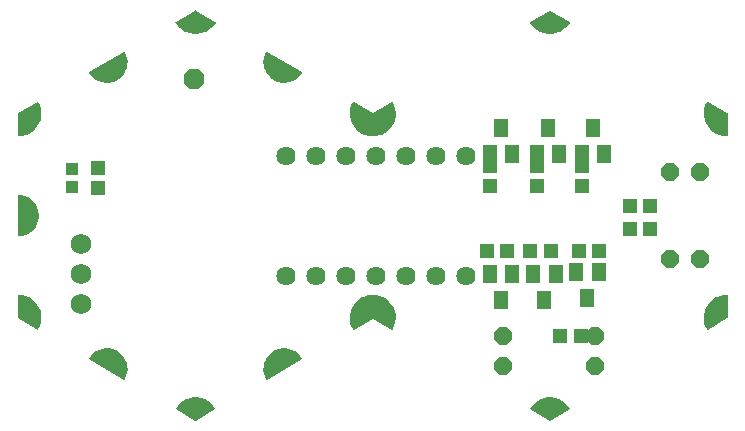
<source format=gbr>
G04 EAGLE Gerber RS-274X export*
G75*
%MOMM*%
%FSLAX34Y34*%
%LPD*%
%INSoldermask Top*%
%IPPOS*%
%AMOC8*
5,1,8,0,0,1.08239X$1,22.5*%
G01*
%ADD10R,1.003200X1.003200*%
%ADD11C,1.203200*%
%ADD12R,1.203200X1.603200*%
%ADD13C,1.625600*%
%ADD14P,1.869504X8X22.500000*%
%ADD15P,1.649562X8X202.500000*%
%ADD16P,1.649562X8X112.500000*%
%ADD17R,1.303200X1.203200*%
%ADD18R,1.203200X1.303200*%
%ADD19C,1.727200*%

G36*
X802Y154416D02*
X802Y154416D01*
X815Y154415D01*
X3865Y154657D01*
X3897Y154667D01*
X3944Y154670D01*
X6916Y155399D01*
X6947Y155413D01*
X6992Y155424D01*
X7056Y155451D01*
X8232Y155951D01*
X9407Y156450D01*
X9408Y156450D01*
X9809Y156620D01*
X9837Y156639D01*
X9880Y156657D01*
X12468Y158290D01*
X12492Y158313D01*
X12532Y158338D01*
X14825Y160364D01*
X14845Y160391D01*
X14881Y160422D01*
X16819Y162790D01*
X16835Y162820D01*
X16864Y162856D01*
X18398Y165504D01*
X18408Y165536D01*
X18432Y165577D01*
X18485Y165716D01*
X18485Y165717D01*
X19245Y167713D01*
X19245Y167714D01*
X19435Y168213D01*
X19521Y168436D01*
X19526Y168470D01*
X19543Y168514D01*
X20159Y171511D01*
X20159Y171545D01*
X20168Y171591D01*
X20295Y174648D01*
X20290Y174681D01*
X20292Y174728D01*
X19927Y177766D01*
X19916Y177798D01*
X19911Y177845D01*
X19063Y180785D01*
X19047Y180815D01*
X19035Y180860D01*
X17726Y183626D01*
X17709Y183649D01*
X17699Y183676D01*
X17650Y183728D01*
X17607Y183785D01*
X17582Y183800D01*
X17563Y183820D01*
X17497Y183849D01*
X17435Y183885D01*
X17407Y183889D01*
X17381Y183900D01*
X17309Y183901D01*
X17238Y183910D01*
X17211Y183903D01*
X17182Y183903D01*
X17087Y183868D01*
X17047Y183857D01*
X17038Y183850D01*
X17026Y183845D01*
X775Y174489D01*
X-15476Y183845D01*
X-15503Y183854D01*
X-15527Y183871D01*
X-15597Y183885D01*
X-15665Y183908D01*
X-15693Y183906D01*
X-15721Y183912D01*
X-15792Y183898D01*
X-15863Y183892D01*
X-15888Y183879D01*
X-15916Y183874D01*
X-15976Y183834D01*
X-16039Y183801D01*
X-16057Y183778D01*
X-16081Y183762D01*
X-16139Y183680D01*
X-16166Y183647D01*
X-16169Y183637D01*
X-16176Y183626D01*
X-17485Y180860D01*
X-17493Y180827D01*
X-17513Y180785D01*
X-18361Y177845D01*
X-18364Y177811D01*
X-18377Y177766D01*
X-18742Y174728D01*
X-18739Y174694D01*
X-18745Y174648D01*
X-18618Y171591D01*
X-18610Y171558D01*
X-18609Y171511D01*
X-17993Y168514D01*
X-17980Y168482D01*
X-17971Y168436D01*
X-16882Y165577D01*
X-16864Y165548D01*
X-16848Y165504D01*
X-15314Y162856D01*
X-15292Y162831D01*
X-15269Y162790D01*
X-13331Y160422D01*
X-13304Y160401D01*
X-13275Y160364D01*
X-10982Y158338D01*
X-10953Y158321D01*
X-10918Y158290D01*
X-8330Y156657D01*
X-8298Y156645D01*
X-8259Y156620D01*
X-5442Y155424D01*
X-5409Y155417D01*
X-5366Y155399D01*
X-2394Y154670D01*
X-2360Y154669D01*
X-2315Y154657D01*
X735Y154415D01*
X764Y154418D01*
X792Y154414D01*
X802Y154416D01*
G37*
G36*
X17342Y-9273D02*
X17342Y-9273D01*
X17413Y-9267D01*
X17438Y-9254D01*
X17466Y-9249D01*
X17526Y-9209D01*
X17589Y-9176D01*
X17607Y-9153D01*
X17631Y-9137D01*
X17689Y-9055D01*
X17716Y-9022D01*
X17719Y-9012D01*
X17726Y-9001D01*
X19035Y-6235D01*
X19043Y-6202D01*
X19063Y-6160D01*
X19911Y-3220D01*
X19914Y-3186D01*
X19927Y-3141D01*
X20292Y-103D01*
X20289Y-69D01*
X20295Y-23D01*
X20168Y3034D01*
X20160Y3067D01*
X20159Y3114D01*
X19543Y6111D01*
X19530Y6143D01*
X19521Y6189D01*
X18432Y9048D01*
X18414Y9077D01*
X18398Y9121D01*
X16864Y11769D01*
X16842Y11794D01*
X16819Y11835D01*
X14881Y14203D01*
X14854Y14224D01*
X14825Y14261D01*
X12532Y16287D01*
X12503Y16304D01*
X12468Y16335D01*
X9880Y17968D01*
X9848Y17980D01*
X9809Y18005D01*
X6992Y19201D01*
X6959Y19208D01*
X6916Y19226D01*
X3944Y19955D01*
X3910Y19956D01*
X3865Y19968D01*
X815Y20210D01*
X786Y20207D01*
X758Y20211D01*
X748Y20209D01*
X735Y20210D01*
X-2315Y19968D01*
X-2347Y19958D01*
X-2394Y19955D01*
X-5366Y19226D01*
X-5397Y19212D01*
X-5442Y19201D01*
X-5607Y19131D01*
X-6782Y18632D01*
X-7958Y18132D01*
X-8259Y18005D01*
X-8287Y17986D01*
X-8330Y17968D01*
X-10918Y16335D01*
X-10942Y16312D01*
X-10982Y16287D01*
X-13275Y14261D01*
X-13295Y14234D01*
X-13331Y14203D01*
X-15269Y11835D01*
X-15285Y11805D01*
X-15314Y11769D01*
X-16848Y9121D01*
X-16858Y9089D01*
X-16882Y9048D01*
X-17971Y6189D01*
X-17976Y6155D01*
X-17993Y6111D01*
X-18609Y3114D01*
X-18609Y3080D01*
X-18618Y3034D01*
X-18745Y-23D01*
X-18740Y-56D01*
X-18742Y-103D01*
X-18377Y-3141D01*
X-18366Y-3173D01*
X-18361Y-3220D01*
X-17513Y-6160D01*
X-17497Y-6190D01*
X-17485Y-6235D01*
X-16176Y-9001D01*
X-16159Y-9024D01*
X-16149Y-9051D01*
X-16100Y-9103D01*
X-16057Y-9160D01*
X-16032Y-9175D01*
X-16013Y-9195D01*
X-15947Y-9224D01*
X-15885Y-9260D01*
X-15857Y-9264D01*
X-15831Y-9275D01*
X-15759Y-9276D01*
X-15688Y-9285D01*
X-15661Y-9278D01*
X-15632Y-9278D01*
X-15537Y-9243D01*
X-15497Y-9232D01*
X-15488Y-9225D01*
X-15476Y-9220D01*
X775Y136D01*
X17026Y-9220D01*
X17053Y-9229D01*
X17077Y-9246D01*
X17147Y-9260D01*
X17215Y-9283D01*
X17243Y-9281D01*
X17271Y-9287D01*
X17342Y-9273D01*
G37*
G36*
X-299198Y69816D02*
X-299198Y69816D01*
X-299184Y69815D01*
X-296386Y70047D01*
X-296352Y70057D01*
X-296304Y70060D01*
X-293583Y70750D01*
X-293551Y70765D01*
X-293505Y70776D01*
X-290933Y71904D01*
X-290905Y71924D01*
X-290861Y71943D01*
X-288510Y73479D01*
X-288486Y73504D01*
X-288445Y73530D01*
X-286380Y75431D01*
X-286367Y75448D01*
X-286355Y75457D01*
X-286344Y75473D01*
X-286324Y75492D01*
X-284599Y77708D01*
X-284584Y77739D01*
X-284554Y77777D01*
X-283218Y80246D01*
X-283208Y80279D01*
X-283185Y80322D01*
X-282273Y82977D01*
X-282269Y83012D01*
X-282253Y83057D01*
X-281791Y85826D01*
X-281792Y85861D01*
X-281784Y85909D01*
X-281784Y88716D01*
X-281791Y88750D01*
X-281791Y88799D01*
X-282253Y91568D01*
X-282265Y91600D01*
X-282273Y91648D01*
X-283185Y94303D01*
X-283202Y94333D01*
X-283218Y94379D01*
X-284554Y96848D01*
X-284576Y96875D01*
X-284599Y96917D01*
X-286324Y99133D01*
X-286350Y99156D01*
X-286380Y99194D01*
X-288445Y101095D01*
X-288475Y101113D01*
X-288510Y101146D01*
X-290861Y102682D01*
X-290893Y102694D01*
X-290933Y102721D01*
X-293505Y103849D01*
X-293538Y103856D01*
X-293583Y103875D01*
X-296304Y104565D01*
X-296339Y104566D01*
X-296386Y104578D01*
X-299184Y104810D01*
X-299213Y104807D01*
X-299242Y104811D01*
X-299311Y104795D01*
X-299381Y104787D01*
X-299407Y104772D01*
X-299435Y104765D01*
X-299492Y104723D01*
X-299554Y104688D01*
X-299572Y104665D01*
X-299595Y104648D01*
X-299631Y104587D01*
X-299674Y104530D01*
X-299682Y104502D01*
X-299697Y104477D01*
X-299713Y104378D01*
X-299724Y104337D01*
X-299722Y104326D01*
X-299724Y104313D01*
X-299724Y70313D01*
X-299718Y70284D01*
X-299721Y70255D01*
X-299699Y70187D01*
X-299685Y70118D01*
X-299668Y70094D01*
X-299659Y70066D01*
X-299612Y70012D01*
X-299572Y69954D01*
X-299548Y69938D01*
X-299528Y69916D01*
X-299464Y69885D01*
X-299405Y69847D01*
X-299376Y69842D01*
X-299350Y69829D01*
X-299250Y69821D01*
X-299208Y69814D01*
X-299198Y69816D01*
G37*
G36*
X-209459Y-51573D02*
X-209459Y-51573D01*
X-209388Y-51568D01*
X-209362Y-51554D01*
X-209334Y-51549D01*
X-209275Y-51509D01*
X-209212Y-51476D01*
X-209193Y-51454D01*
X-209169Y-51437D01*
X-209112Y-51356D01*
X-209085Y-51323D01*
X-209082Y-51312D01*
X-209074Y-51301D01*
X-207875Y-48765D01*
X-207867Y-48732D01*
X-207846Y-48688D01*
X-207081Y-45990D01*
X-207079Y-45956D01*
X-207065Y-45909D01*
X-206755Y-43122D01*
X-206758Y-43093D01*
X-206756Y-43083D01*
X-206757Y-43078D01*
X-206753Y-43039D01*
X-206905Y-40239D01*
X-206914Y-40206D01*
X-206917Y-40157D01*
X-207528Y-37420D01*
X-207542Y-37389D01*
X-207553Y-37342D01*
X-208606Y-34743D01*
X-208625Y-34714D01*
X-208643Y-34669D01*
X-210111Y-32279D01*
X-210134Y-32253D01*
X-210159Y-32212D01*
X-212000Y-30096D01*
X-212027Y-30075D01*
X-212059Y-30039D01*
X-214223Y-28254D01*
X-214253Y-28238D01*
X-214290Y-28207D01*
X-216718Y-26804D01*
X-216751Y-26793D01*
X-216793Y-26768D01*
X-219418Y-25783D01*
X-219453Y-25778D01*
X-219498Y-25761D01*
X-222250Y-25221D01*
X-222285Y-25222D01*
X-222332Y-25212D01*
X-225135Y-25133D01*
X-225169Y-25139D01*
X-225217Y-25138D01*
X-227996Y-25521D01*
X-228028Y-25532D01*
X-228076Y-25539D01*
X-230753Y-26374D01*
X-230784Y-26391D01*
X-230830Y-26405D01*
X-233333Y-27670D01*
X-233360Y-27691D01*
X-233403Y-27713D01*
X-235664Y-29373D01*
X-235687Y-29398D01*
X-235726Y-29427D01*
X-237683Y-31436D01*
X-237702Y-31465D01*
X-237736Y-31499D01*
X-239335Y-33803D01*
X-239347Y-33830D01*
X-239365Y-33852D01*
X-239386Y-33920D01*
X-239414Y-33985D01*
X-239414Y-34015D01*
X-239422Y-34043D01*
X-239414Y-34113D01*
X-239415Y-34184D01*
X-239404Y-34211D01*
X-239400Y-34240D01*
X-239366Y-34302D01*
X-239338Y-34368D01*
X-239317Y-34388D01*
X-239303Y-34414D01*
X-239227Y-34477D01*
X-239196Y-34507D01*
X-239186Y-34511D01*
X-239175Y-34520D01*
X-209775Y-51520D01*
X-209747Y-51529D01*
X-209723Y-51546D01*
X-209654Y-51560D01*
X-209586Y-51583D01*
X-209557Y-51581D01*
X-209529Y-51587D01*
X-209459Y-51573D01*
G37*
G36*
X-222332Y199837D02*
X-222332Y199837D01*
X-222298Y199845D01*
X-222250Y199846D01*
X-219498Y200386D01*
X-219466Y200399D01*
X-219418Y200408D01*
X-216793Y201393D01*
X-216763Y201412D01*
X-216718Y201429D01*
X-214290Y202832D01*
X-214264Y202855D01*
X-214223Y202879D01*
X-212059Y204664D01*
X-212037Y204691D01*
X-212000Y204721D01*
X-210159Y206837D01*
X-210142Y206868D01*
X-210111Y206904D01*
X-208643Y209294D01*
X-208632Y209327D01*
X-208606Y209368D01*
X-207553Y211967D01*
X-207546Y212001D01*
X-207528Y212045D01*
X-206917Y214782D01*
X-206916Y214817D01*
X-206905Y214864D01*
X-206753Y217664D01*
X-206758Y217699D01*
X-206755Y217747D01*
X-207065Y220534D01*
X-207076Y220567D01*
X-207081Y220615D01*
X-207846Y223313D01*
X-207862Y223344D01*
X-207875Y223390D01*
X-209074Y225926D01*
X-209091Y225949D01*
X-209101Y225977D01*
X-209150Y226028D01*
X-209193Y226085D01*
X-209218Y226100D01*
X-209238Y226121D01*
X-209303Y226149D01*
X-209365Y226185D01*
X-209393Y226189D01*
X-209420Y226201D01*
X-209491Y226201D01*
X-209562Y226210D01*
X-209590Y226203D01*
X-209619Y226203D01*
X-209712Y226168D01*
X-209753Y226157D01*
X-209762Y226150D01*
X-209775Y226145D01*
X-239175Y209145D01*
X-239197Y209125D01*
X-239223Y209113D01*
X-239271Y209060D01*
X-239324Y209013D01*
X-239336Y208987D01*
X-239356Y208965D01*
X-239379Y208897D01*
X-239409Y208833D01*
X-239411Y208804D01*
X-239420Y208777D01*
X-239415Y208706D01*
X-239418Y208635D01*
X-239408Y208607D01*
X-239406Y208578D01*
X-239364Y208488D01*
X-239349Y208448D01*
X-239341Y208440D01*
X-239335Y208428D01*
X-237736Y206124D01*
X-237711Y206100D01*
X-237683Y206061D01*
X-235726Y204052D01*
X-235697Y204032D01*
X-235664Y203998D01*
X-233403Y202338D01*
X-233372Y202324D01*
X-233333Y202295D01*
X-230830Y201030D01*
X-230796Y201021D01*
X-230753Y200999D01*
X-228076Y200164D01*
X-228042Y200160D01*
X-227996Y200146D01*
X-225217Y199763D01*
X-225183Y199765D01*
X-225135Y199758D01*
X-222332Y199837D01*
G37*
G36*
X-88860Y-51578D02*
X-88860Y-51578D01*
X-88831Y-51578D01*
X-88738Y-51543D01*
X-88697Y-51532D01*
X-88688Y-51525D01*
X-88675Y-51520D01*
X-59275Y-34520D01*
X-59253Y-34500D01*
X-59227Y-34488D01*
X-59179Y-34435D01*
X-59126Y-34388D01*
X-59114Y-34362D01*
X-59094Y-34340D01*
X-59071Y-34272D01*
X-59041Y-34208D01*
X-59039Y-34179D01*
X-59030Y-34152D01*
X-59035Y-34081D01*
X-59032Y-34010D01*
X-59042Y-33982D01*
X-59044Y-33953D01*
X-59086Y-33863D01*
X-59101Y-33823D01*
X-59109Y-33815D01*
X-59115Y-33803D01*
X-60714Y-31499D01*
X-60740Y-31475D01*
X-60767Y-31436D01*
X-62724Y-29427D01*
X-62753Y-29407D01*
X-62786Y-29373D01*
X-65047Y-27713D01*
X-65078Y-27699D01*
X-65117Y-27670D01*
X-67620Y-26405D01*
X-67654Y-26396D01*
X-67697Y-26374D01*
X-70374Y-25539D01*
X-70408Y-25535D01*
X-70454Y-25521D01*
X-73233Y-25138D01*
X-73267Y-25140D01*
X-73315Y-25133D01*
X-76118Y-25212D01*
X-76152Y-25220D01*
X-76200Y-25221D01*
X-78952Y-25761D01*
X-78984Y-25774D01*
X-79032Y-25783D01*
X-81657Y-26768D01*
X-81687Y-26787D01*
X-81732Y-26804D01*
X-84160Y-28207D01*
X-84186Y-28230D01*
X-84228Y-28254D01*
X-86391Y-30039D01*
X-86413Y-30066D01*
X-86450Y-30096D01*
X-88291Y-32212D01*
X-88308Y-32243D01*
X-88340Y-32279D01*
X-89807Y-34669D01*
X-89818Y-34702D01*
X-89844Y-34743D01*
X-90897Y-37342D01*
X-90904Y-37376D01*
X-90922Y-37420D01*
X-91533Y-40157D01*
X-91534Y-40192D01*
X-91545Y-40239D01*
X-91697Y-43039D01*
X-91692Y-43074D01*
X-91695Y-43122D01*
X-91385Y-45909D01*
X-91374Y-45942D01*
X-91369Y-45990D01*
X-90604Y-48688D01*
X-90588Y-48719D01*
X-90575Y-48765D01*
X-89376Y-51301D01*
X-89359Y-51324D01*
X-89349Y-51352D01*
X-89300Y-51403D01*
X-89257Y-51460D01*
X-89232Y-51475D01*
X-89212Y-51496D01*
X-89147Y-51524D01*
X-89086Y-51560D01*
X-89057Y-51564D01*
X-89030Y-51576D01*
X-88959Y-51576D01*
X-88888Y-51585D01*
X-88860Y-51578D01*
G37*
G36*
X-73281Y199764D02*
X-73281Y199764D01*
X-73233Y199763D01*
X-70454Y200146D01*
X-70422Y200157D01*
X-70374Y200164D01*
X-67697Y200999D01*
X-67666Y201016D01*
X-67620Y201030D01*
X-65117Y202295D01*
X-65090Y202316D01*
X-65047Y202338D01*
X-62786Y203998D01*
X-62763Y204023D01*
X-62724Y204052D01*
X-60767Y206061D01*
X-60748Y206090D01*
X-60714Y206124D01*
X-59115Y208428D01*
X-59103Y208455D01*
X-59085Y208477D01*
X-59064Y208545D01*
X-59036Y208610D01*
X-59036Y208640D01*
X-59028Y208668D01*
X-59036Y208738D01*
X-59035Y208809D01*
X-59046Y208836D01*
X-59050Y208865D01*
X-59084Y208927D01*
X-59112Y208993D01*
X-59133Y209013D01*
X-59147Y209039D01*
X-59223Y209102D01*
X-59254Y209132D01*
X-59264Y209136D01*
X-59275Y209145D01*
X-88675Y226145D01*
X-88703Y226154D01*
X-88727Y226171D01*
X-88796Y226185D01*
X-88864Y226208D01*
X-88893Y226206D01*
X-88921Y226212D01*
X-88991Y226198D01*
X-89062Y226193D01*
X-89088Y226179D01*
X-89116Y226174D01*
X-89175Y226134D01*
X-89238Y226101D01*
X-89257Y226079D01*
X-89281Y226062D01*
X-89338Y225981D01*
X-89365Y225948D01*
X-89368Y225937D01*
X-89376Y225926D01*
X-90575Y223390D01*
X-90583Y223357D01*
X-90604Y223313D01*
X-91369Y220615D01*
X-91371Y220581D01*
X-91385Y220534D01*
X-91695Y217747D01*
X-91693Y217719D01*
X-91693Y217714D01*
X-91692Y217709D01*
X-91697Y217664D01*
X-91545Y214864D01*
X-91536Y214831D01*
X-91533Y214782D01*
X-90922Y212045D01*
X-90908Y212014D01*
X-90897Y211967D01*
X-89844Y209368D01*
X-89825Y209339D01*
X-89807Y209294D01*
X-88340Y206904D01*
X-88316Y206878D01*
X-88291Y206837D01*
X-86450Y204721D01*
X-86423Y204700D01*
X-86391Y204664D01*
X-84228Y202879D01*
X-84197Y202863D01*
X-84160Y202832D01*
X-81732Y201429D01*
X-81699Y201418D01*
X-81657Y201393D01*
X-79032Y200408D01*
X-78997Y200403D01*
X-78952Y200386D01*
X-76200Y199846D01*
X-76166Y199847D01*
X-76118Y199837D01*
X-73315Y199758D01*
X-73281Y199764D01*
G37*
G36*
X-299217Y154377D02*
X-299217Y154377D01*
X-299203Y154375D01*
X-296147Y154622D01*
X-296114Y154632D01*
X-296068Y154635D01*
X-293091Y155369D01*
X-293060Y155383D01*
X-293014Y155394D01*
X-290194Y156596D01*
X-290166Y156615D01*
X-290122Y156633D01*
X-287531Y158272D01*
X-287506Y158296D01*
X-287467Y158321D01*
X-285172Y160354D01*
X-285151Y160381D01*
X-285116Y160412D01*
X-283177Y162787D01*
X-283161Y162817D01*
X-283131Y162853D01*
X-281598Y165508D01*
X-281587Y165541D01*
X-281564Y165581D01*
X-280476Y168448D01*
X-280471Y168481D01*
X-280454Y168525D01*
X-279841Y171529D01*
X-279841Y171563D01*
X-279831Y171609D01*
X-279707Y174673D01*
X-279713Y174706D01*
X-279711Y174753D01*
X-280080Y177797D01*
X-280091Y177829D01*
X-280096Y177876D01*
X-280949Y180821D01*
X-280965Y180851D01*
X-280978Y180896D01*
X-282292Y183666D01*
X-282310Y183689D01*
X-282320Y183716D01*
X-282369Y183768D01*
X-282412Y183825D01*
X-282437Y183840D01*
X-282457Y183861D01*
X-282522Y183889D01*
X-282584Y183925D01*
X-282612Y183929D01*
X-282639Y183940D01*
X-282710Y183941D01*
X-282781Y183950D01*
X-282809Y183942D01*
X-282838Y183942D01*
X-282931Y183907D01*
X-282972Y183896D01*
X-282981Y183889D01*
X-282994Y183884D01*
X-299471Y174345D01*
X-299528Y174293D01*
X-299590Y174248D01*
X-299602Y174228D01*
X-299620Y174213D01*
X-299653Y174143D01*
X-299692Y174077D01*
X-299696Y174052D01*
X-299705Y174033D01*
X-299707Y173989D01*
X-299720Y173913D01*
X-299743Y154874D01*
X-299737Y154845D01*
X-299739Y154816D01*
X-299717Y154749D01*
X-299703Y154679D01*
X-299687Y154655D01*
X-299678Y154627D01*
X-299631Y154573D01*
X-299591Y154515D01*
X-299567Y154499D01*
X-299548Y154477D01*
X-299483Y154446D01*
X-299423Y154407D01*
X-299395Y154403D01*
X-299369Y154390D01*
X-299269Y154381D01*
X-299227Y154374D01*
X-299217Y154377D01*
G37*
G36*
X-282678Y-9313D02*
X-282678Y-9313D01*
X-282607Y-9307D01*
X-282581Y-9294D01*
X-282553Y-9288D01*
X-282493Y-9248D01*
X-282430Y-9216D01*
X-282412Y-9193D01*
X-282388Y-9177D01*
X-282330Y-9095D01*
X-282303Y-9063D01*
X-282300Y-9052D01*
X-282292Y-9041D01*
X-280978Y-6271D01*
X-280970Y-6238D01*
X-280949Y-6196D01*
X-280096Y-3251D01*
X-280094Y-3217D01*
X-280080Y-3172D01*
X-279711Y-128D01*
X-279713Y-94D01*
X-279707Y-48D01*
X-279831Y3016D01*
X-279839Y3049D01*
X-279841Y3096D01*
X-280454Y6100D01*
X-280467Y6131D01*
X-280476Y6177D01*
X-281564Y9044D01*
X-281582Y9073D01*
X-281598Y9117D01*
X-283131Y11772D01*
X-283154Y11798D01*
X-283177Y11838D01*
X-285116Y14213D01*
X-285142Y14235D01*
X-285172Y14271D01*
X-287467Y16305D01*
X-287496Y16321D01*
X-287531Y16353D01*
X-290122Y17992D01*
X-290154Y18004D01*
X-290194Y18029D01*
X-293014Y19231D01*
X-293048Y19238D01*
X-293091Y19256D01*
X-296068Y19990D01*
X-296102Y19991D01*
X-296147Y20003D01*
X-299203Y20250D01*
X-299232Y20246D01*
X-299260Y20251D01*
X-299330Y20234D01*
X-299401Y20226D01*
X-299426Y20211D01*
X-299454Y20205D01*
X-299511Y20162D01*
X-299573Y20127D01*
X-299591Y20104D01*
X-299614Y20087D01*
X-299650Y20025D01*
X-299693Y19968D01*
X-299700Y19940D01*
X-299715Y19915D01*
X-299732Y19817D01*
X-299742Y19776D01*
X-299740Y19765D01*
X-299743Y19751D01*
X-299720Y712D01*
X-299704Y637D01*
X-299696Y560D01*
X-299685Y540D01*
X-299680Y517D01*
X-299636Y454D01*
X-299599Y387D01*
X-299579Y370D01*
X-299567Y353D01*
X-299530Y329D01*
X-299471Y280D01*
X-282994Y-9259D01*
X-282966Y-9268D01*
X-282942Y-9285D01*
X-282873Y-9300D01*
X-282805Y-9322D01*
X-282776Y-9320D01*
X-282748Y-9326D01*
X-282678Y-9313D01*
G37*
G36*
X150791Y-86377D02*
X150791Y-86377D01*
X150868Y-86378D01*
X150892Y-86369D01*
X150913Y-86367D01*
X150952Y-86347D01*
X151024Y-86320D01*
X167524Y-76820D01*
X167546Y-76801D01*
X167572Y-76789D01*
X167606Y-76751D01*
X167609Y-76749D01*
X167612Y-76745D01*
X167620Y-76736D01*
X167673Y-76689D01*
X167686Y-76663D01*
X167705Y-76641D01*
X167728Y-76574D01*
X167759Y-76509D01*
X167761Y-76480D01*
X167770Y-76453D01*
X167765Y-76382D01*
X167768Y-76311D01*
X167758Y-76284D01*
X167756Y-76255D01*
X167714Y-76164D01*
X167699Y-76124D01*
X167692Y-76116D01*
X167686Y-76104D01*
X165944Y-73580D01*
X165920Y-73557D01*
X165893Y-73518D01*
X163769Y-71307D01*
X163741Y-71288D01*
X163709Y-71254D01*
X161258Y-69412D01*
X161227Y-69397D01*
X161190Y-69369D01*
X158475Y-67944D01*
X158442Y-67934D01*
X158401Y-67912D01*
X155493Y-66941D01*
X155466Y-66938D01*
X155457Y-66937D01*
X155415Y-66922D01*
X152388Y-66430D01*
X152354Y-66432D01*
X152308Y-66424D01*
X149242Y-66424D01*
X149209Y-66431D01*
X149162Y-66430D01*
X146135Y-66922D01*
X146104Y-66934D01*
X146057Y-66941D01*
X143149Y-67912D01*
X143120Y-67929D01*
X143075Y-67944D01*
X140360Y-69369D01*
X140334Y-69390D01*
X140292Y-69412D01*
X137841Y-71254D01*
X137818Y-71279D01*
X137781Y-71307D01*
X135657Y-73518D01*
X135639Y-73547D01*
X135606Y-73580D01*
X133864Y-76104D01*
X133853Y-76131D01*
X133834Y-76153D01*
X133814Y-76221D01*
X133786Y-76287D01*
X133786Y-76316D01*
X133778Y-76343D01*
X133786Y-76415D01*
X133786Y-76486D01*
X133797Y-76512D01*
X133800Y-76541D01*
X133835Y-76603D01*
X133863Y-76669D01*
X133883Y-76689D01*
X133898Y-76714D01*
X133961Y-76766D01*
X133965Y-76772D01*
X133974Y-76777D01*
X133975Y-76778D01*
X134005Y-76808D01*
X134015Y-76812D01*
X134026Y-76820D01*
X150526Y-86320D01*
X150599Y-86344D01*
X150669Y-86375D01*
X150693Y-86376D01*
X150715Y-86383D01*
X150791Y-86377D01*
G37*
G36*
X-149209Y-86377D02*
X-149209Y-86377D01*
X-149132Y-86378D01*
X-149108Y-86369D01*
X-149087Y-86367D01*
X-149048Y-86347D01*
X-148976Y-86320D01*
X-132476Y-76820D01*
X-132454Y-76801D01*
X-132428Y-76789D01*
X-132394Y-76751D01*
X-132391Y-76749D01*
X-132388Y-76745D01*
X-132380Y-76736D01*
X-132327Y-76689D01*
X-132314Y-76663D01*
X-132295Y-76641D01*
X-132272Y-76574D01*
X-132241Y-76509D01*
X-132240Y-76480D01*
X-132230Y-76453D01*
X-132235Y-76382D01*
X-132232Y-76311D01*
X-132242Y-76284D01*
X-132244Y-76255D01*
X-132286Y-76164D01*
X-132301Y-76124D01*
X-132308Y-76116D01*
X-132314Y-76104D01*
X-134056Y-73580D01*
X-134080Y-73557D01*
X-134107Y-73518D01*
X-136231Y-71307D01*
X-136259Y-71288D01*
X-136291Y-71254D01*
X-138742Y-69412D01*
X-138773Y-69397D01*
X-138810Y-69369D01*
X-141525Y-67944D01*
X-141558Y-67934D01*
X-141599Y-67912D01*
X-144507Y-66941D01*
X-144534Y-66938D01*
X-144543Y-66937D01*
X-144585Y-66922D01*
X-147612Y-66430D01*
X-147646Y-66432D01*
X-147692Y-66424D01*
X-150758Y-66424D01*
X-150791Y-66431D01*
X-150838Y-66430D01*
X-153865Y-66922D01*
X-153896Y-66934D01*
X-153943Y-66941D01*
X-156851Y-67912D01*
X-156881Y-67929D01*
X-156925Y-67944D01*
X-159640Y-69369D01*
X-159666Y-69390D01*
X-159708Y-69412D01*
X-162159Y-71254D01*
X-162182Y-71279D01*
X-162219Y-71307D01*
X-164343Y-73518D01*
X-164361Y-73547D01*
X-164394Y-73580D01*
X-166136Y-76104D01*
X-166147Y-76131D01*
X-166166Y-76153D01*
X-166186Y-76221D01*
X-166214Y-76287D01*
X-166214Y-76316D01*
X-166222Y-76343D01*
X-166214Y-76415D01*
X-166215Y-76486D01*
X-166203Y-76512D01*
X-166200Y-76541D01*
X-166165Y-76603D01*
X-166137Y-76669D01*
X-166117Y-76689D01*
X-166102Y-76714D01*
X-166039Y-76766D01*
X-166035Y-76772D01*
X-166026Y-76777D01*
X-166025Y-76778D01*
X-165995Y-76808D01*
X-165985Y-76812D01*
X-165974Y-76820D01*
X-149474Y-86320D01*
X-149401Y-86344D01*
X-149331Y-86375D01*
X-149307Y-86376D01*
X-149285Y-86383D01*
X-149209Y-86377D01*
G37*
G36*
X-147659Y241056D02*
X-147659Y241056D01*
X-147612Y241055D01*
X-144585Y241547D01*
X-144554Y241559D01*
X-144507Y241566D01*
X-141599Y242537D01*
X-141570Y242554D01*
X-141525Y242569D01*
X-138810Y243994D01*
X-138784Y244015D01*
X-138742Y244037D01*
X-136291Y245879D01*
X-136268Y245904D01*
X-136231Y245932D01*
X-134107Y248143D01*
X-134089Y248172D01*
X-134056Y248205D01*
X-132314Y250729D01*
X-132303Y250756D01*
X-132284Y250778D01*
X-132264Y250846D01*
X-132236Y250912D01*
X-132236Y250941D01*
X-132228Y250968D01*
X-132236Y251040D01*
X-132236Y251111D01*
X-132247Y251137D01*
X-132250Y251166D01*
X-132285Y251228D01*
X-132313Y251294D01*
X-132333Y251314D01*
X-132348Y251339D01*
X-132425Y251403D01*
X-132455Y251433D01*
X-132465Y251437D01*
X-132476Y251445D01*
X-148976Y260945D01*
X-149049Y260969D01*
X-149119Y261000D01*
X-149143Y261001D01*
X-149165Y261008D01*
X-149241Y261002D01*
X-149318Y261003D01*
X-149342Y260994D01*
X-149363Y260992D01*
X-149402Y260972D01*
X-149474Y260945D01*
X-165974Y251445D01*
X-165996Y251426D01*
X-166022Y251414D01*
X-166070Y251361D01*
X-166123Y251314D01*
X-166136Y251288D01*
X-166155Y251266D01*
X-166178Y251199D01*
X-166209Y251134D01*
X-166211Y251105D01*
X-166220Y251078D01*
X-166215Y251007D01*
X-166218Y250936D01*
X-166208Y250909D01*
X-166206Y250880D01*
X-166164Y250789D01*
X-166149Y250749D01*
X-166142Y250741D01*
X-166136Y250729D01*
X-164394Y248205D01*
X-164370Y248182D01*
X-164343Y248143D01*
X-162219Y245932D01*
X-162191Y245913D01*
X-162159Y245879D01*
X-159708Y244037D01*
X-159677Y244022D01*
X-159640Y243994D01*
X-156925Y242569D01*
X-156892Y242559D01*
X-156851Y242537D01*
X-153943Y241566D01*
X-153909Y241562D01*
X-153865Y241547D01*
X-150838Y241055D01*
X-150804Y241057D01*
X-150758Y241049D01*
X-147692Y241049D01*
X-147659Y241056D01*
G37*
G36*
X152341Y241056D02*
X152341Y241056D01*
X152388Y241055D01*
X155415Y241547D01*
X155446Y241559D01*
X155493Y241566D01*
X158401Y242537D01*
X158431Y242554D01*
X158475Y242569D01*
X161190Y243994D01*
X161216Y244015D01*
X161258Y244037D01*
X163709Y245879D01*
X163732Y245904D01*
X163769Y245932D01*
X165893Y248143D01*
X165911Y248172D01*
X165944Y248205D01*
X167686Y250729D01*
X167697Y250756D01*
X167716Y250778D01*
X167736Y250846D01*
X167764Y250912D01*
X167764Y250941D01*
X167772Y250968D01*
X167764Y251040D01*
X167765Y251111D01*
X167753Y251137D01*
X167750Y251166D01*
X167715Y251228D01*
X167687Y251294D01*
X167667Y251314D01*
X167652Y251339D01*
X167575Y251403D01*
X167545Y251433D01*
X167535Y251437D01*
X167524Y251445D01*
X151024Y260945D01*
X150951Y260969D01*
X150881Y261000D01*
X150857Y261001D01*
X150835Y261008D01*
X150759Y261002D01*
X150682Y261003D01*
X150658Y260994D01*
X150637Y260992D01*
X150598Y260972D01*
X150526Y260945D01*
X134026Y251445D01*
X134004Y251426D01*
X133978Y251414D01*
X133930Y251361D01*
X133877Y251314D01*
X133864Y251288D01*
X133845Y251266D01*
X133822Y251199D01*
X133791Y251134D01*
X133790Y251105D01*
X133780Y251078D01*
X133785Y251007D01*
X133782Y250936D01*
X133792Y250909D01*
X133794Y250880D01*
X133836Y250789D01*
X133851Y250749D01*
X133858Y250741D01*
X133864Y250729D01*
X135606Y248205D01*
X135630Y248182D01*
X135657Y248143D01*
X137781Y245932D01*
X137809Y245913D01*
X137841Y245879D01*
X140292Y244037D01*
X140323Y244022D01*
X140360Y243994D01*
X143075Y242569D01*
X143108Y242559D01*
X143149Y242537D01*
X146057Y241566D01*
X146091Y241562D01*
X146135Y241547D01*
X149162Y241055D01*
X149196Y241057D01*
X149242Y241049D01*
X152308Y241049D01*
X152341Y241056D01*
G37*
G36*
X300861Y154430D02*
X300861Y154430D01*
X300933Y154439D01*
X300957Y154453D01*
X300985Y154460D01*
X301043Y154502D01*
X301105Y154538D01*
X301122Y154561D01*
X301145Y154577D01*
X301182Y154639D01*
X301225Y154697D01*
X301232Y154724D01*
X301247Y154748D01*
X301263Y154849D01*
X301274Y154889D01*
X301272Y154900D01*
X301274Y154913D01*
X301274Y173913D01*
X301259Y173989D01*
X301250Y174066D01*
X301239Y174086D01*
X301235Y174107D01*
X301191Y174172D01*
X301152Y174239D01*
X301133Y174255D01*
X301122Y174271D01*
X301084Y174295D01*
X301024Y174345D01*
X284524Y183845D01*
X284497Y183854D01*
X284473Y183871D01*
X284403Y183885D01*
X284335Y183908D01*
X284307Y183906D01*
X284279Y183912D01*
X284209Y183898D01*
X284137Y183892D01*
X284112Y183879D01*
X284084Y183874D01*
X284024Y183834D01*
X283961Y183801D01*
X283943Y183778D01*
X283919Y183762D01*
X283861Y183680D01*
X283834Y183647D01*
X283831Y183637D01*
X283824Y183626D01*
X282515Y180860D01*
X282507Y180827D01*
X282487Y180785D01*
X281639Y177845D01*
X281636Y177811D01*
X281623Y177766D01*
X281258Y174728D01*
X281261Y174694D01*
X281255Y174648D01*
X281382Y171591D01*
X281390Y171558D01*
X281391Y171511D01*
X282007Y168514D01*
X282020Y168482D01*
X282030Y168436D01*
X283118Y165577D01*
X283136Y165548D01*
X283153Y165504D01*
X284686Y162856D01*
X284708Y162831D01*
X284731Y162790D01*
X286669Y160422D01*
X286696Y160401D01*
X286725Y160364D01*
X289018Y158338D01*
X289047Y158321D01*
X289082Y158290D01*
X291670Y156657D01*
X291702Y156645D01*
X291741Y156620D01*
X294558Y155424D01*
X294591Y155417D01*
X294634Y155399D01*
X297606Y154670D01*
X297640Y154669D01*
X297685Y154657D01*
X300735Y154415D01*
X300764Y154418D01*
X300792Y154414D01*
X300861Y154430D01*
G37*
G36*
X284339Y-9278D02*
X284339Y-9278D01*
X284368Y-9278D01*
X284463Y-9243D01*
X284503Y-9232D01*
X284512Y-9225D01*
X284524Y-9220D01*
X301024Y280D01*
X301083Y331D01*
X301145Y377D01*
X301156Y397D01*
X301173Y411D01*
X301207Y482D01*
X301247Y548D01*
X301251Y573D01*
X301259Y591D01*
X301261Y635D01*
X301274Y713D01*
X301274Y19713D01*
X301269Y19740D01*
X301271Y19769D01*
X301249Y19837D01*
X301235Y19907D01*
X301219Y19931D01*
X301210Y19958D01*
X301163Y20012D01*
X301122Y20071D01*
X301098Y20087D01*
X301080Y20108D01*
X301015Y20140D01*
X300955Y20178D01*
X300927Y20183D01*
X300901Y20196D01*
X300800Y20205D01*
X300758Y20211D01*
X300748Y20209D01*
X300735Y20210D01*
X297685Y19968D01*
X297653Y19958D01*
X297606Y19955D01*
X294634Y19226D01*
X294603Y19212D01*
X294558Y19201D01*
X294393Y19131D01*
X293218Y18632D01*
X292042Y18132D01*
X291741Y18005D01*
X291713Y17986D01*
X291670Y17968D01*
X289082Y16335D01*
X289058Y16312D01*
X289018Y16287D01*
X286725Y14261D01*
X286705Y14234D01*
X286669Y14203D01*
X284731Y11835D01*
X284715Y11805D01*
X284686Y11769D01*
X283153Y9121D01*
X283142Y9089D01*
X283118Y9048D01*
X282030Y6189D01*
X282024Y6155D01*
X282007Y6111D01*
X281391Y3114D01*
X281391Y3080D01*
X281382Y3034D01*
X281255Y-23D01*
X281260Y-56D01*
X281258Y-103D01*
X281623Y-3141D01*
X281634Y-3173D01*
X281639Y-3220D01*
X282487Y-6160D01*
X282503Y-6190D01*
X282515Y-6235D01*
X283824Y-9001D01*
X283841Y-9024D01*
X283851Y-9051D01*
X283900Y-9103D01*
X283943Y-9160D01*
X283968Y-9175D01*
X283987Y-9195D01*
X284053Y-9224D01*
X284115Y-9260D01*
X284143Y-9264D01*
X284169Y-9275D01*
X284241Y-9276D01*
X284312Y-9285D01*
X284339Y-9278D01*
G37*
D10*
X-254000Y126563D03*
X-254000Y111563D03*
D11*
X-149225Y252513D03*
X1495Y164833D03*
X1495Y9793D03*
X-149225Y-77888D03*
X-220725Y211213D03*
X-77725Y211213D03*
X-77725Y-36588D03*
X-220725Y-36588D03*
X150775Y252513D03*
X293875Y169913D03*
X293875Y4713D03*
X150775Y-77888D03*
X-292292Y169913D03*
X-292292Y4713D03*
X-292325Y87313D03*
D12*
X100038Y139813D03*
X119038Y139813D03*
X109538Y161813D03*
X139725Y139813D03*
X158725Y139813D03*
X149225Y161813D03*
X177825Y139813D03*
X196825Y139813D03*
X187325Y161813D03*
X192063Y39575D03*
X173063Y39575D03*
X182563Y17575D03*
X155550Y37988D03*
X136550Y37988D03*
X146050Y15988D03*
X119038Y37988D03*
X100038Y37988D03*
X109538Y15988D03*
D13*
X-73025Y36513D03*
X-47625Y36513D03*
X-22225Y36513D03*
X3175Y36513D03*
X28575Y36513D03*
X53975Y36513D03*
X79375Y36513D03*
X79375Y138113D03*
X53975Y138113D03*
X28575Y138113D03*
X3175Y138113D03*
X-22225Y138113D03*
X-47625Y138113D03*
X-73025Y138113D03*
D14*
X-150813Y203200D03*
D15*
X277813Y123825D03*
X252413Y123825D03*
X277813Y50800D03*
X252413Y50800D03*
D16*
X188913Y-39688D03*
X188913Y-14288D03*
X111125Y-39688D03*
X111125Y-14288D03*
D17*
X100013Y112150D03*
X100013Y129150D03*
X139700Y112150D03*
X139700Y129150D03*
X177800Y112150D03*
X177800Y129150D03*
D18*
X175650Y57150D03*
X192650Y57150D03*
X134375Y57150D03*
X151375Y57150D03*
X97863Y57150D03*
X114863Y57150D03*
D17*
X-231775Y110563D03*
X-231775Y127563D03*
D19*
X-246063Y63500D03*
X-246063Y38100D03*
X-246063Y12700D03*
D18*
X159775Y-14288D03*
X176775Y-14288D03*
X218513Y76200D03*
X235513Y76200D03*
X218513Y95250D03*
X235513Y95250D03*
M02*

</source>
